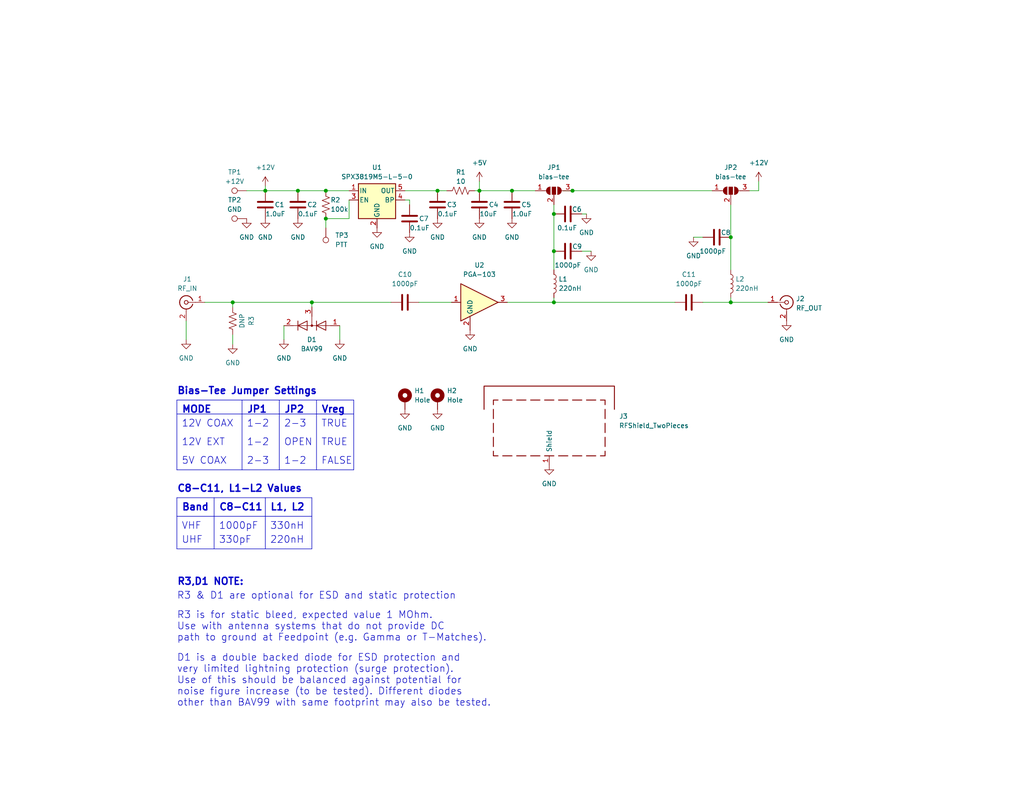
<source format=kicad_sch>
(kicad_sch (version 20230121) (generator eeschema)
  (paper "A")
  (title_block (title "PGA-103+ Preamplifier, Version 2.1.0.0") (date "2023-10-02") (rev "-") (company "VTGS, GSN-SDA") (comment 1 "Preamplifier for VHF/UHF Satellite Rx") (comment 2 "creativecommons.org/licenses/by/4.0/") (comment 3 "License: CC BY 4.0") (comment 4 "Author: Zach Leffke, KJ4QLP"))
  (lib_symbols
    (symbol "Connector:Conn_Coaxial" (pin_names (offset 1.016) hide)
      (property "Reference" "J" (at 0.254 3.048 0))
      (property "Value" "Conn_Coaxial" (at 2.921 0 90))
      (symbol "Conn_Coaxial_0_1"
        (arc (start -1.778 -0.508) (mid 0.2311 -1.8066) (end 1.778 0) (stroke (width 0.254)))
        (polyline (pts (xy -2.54 0) (xy -0.508 0)))
        (polyline (pts (xy 0 -2.54) (xy 0 -1.778)))
        (circle (center 0 0) (radius 0.508) (stroke (width 0.2032)))
        (arc (start 1.778 0) (mid 0.2099 1.8101) (end -1.778 0.508) (stroke (width 0.254)))
      )
      (symbol "Conn_Coaxial_1_1"
        (pin passive line (at -5.08 0 0) (length 2.54) (name "In") (number "1"))
        (pin passive line (at 0 -5.08 90) (length 2.54) (name "Ext") (number "2"))
      )
    )
    (symbol "Connector:TestPoint" (pin_numbers hide) (pin_names (offset 0.762) hide)
      (property "Reference" "TP" (at 0 6.858 0))
      (property "Value" "TestPoint" (at 0 5.08 0))
      (symbol "TestPoint_0_1"
        (circle (center 0 3.302) (radius 0.762))
      )
      (symbol "TestPoint_1_1"
        (pin passive line (at 0 0 90) (length 2.54) (name "1") (number "1"))
      )
    )
    (symbol "Device:C" (pin_numbers hide) (pin_names (offset 0.254))
      (property "Reference" "C" (at 0.635 2.54 0))
      (property "Value" "C" (at 0.635 -2.54 0))
      (symbol "C_0_1"
        (polyline (pts (xy -2.032 -0.762) (xy 2.032 -0.762)) (stroke (width 0.508)))
        (polyline (pts (xy -2.032 0.762) (xy 2.032 0.762)) (stroke (width 0.508)))
      )
      (symbol "C_1_1"
        (pin passive line (at 0 3.81 270) (length 2.794) (name "~") (number "1"))
        (pin passive line (at 0 -3.81 90) (length 2.794) (name "~") (number "2"))
      )
    )
    (symbol "Device:L" (pin_numbers hide) (pin_names (offset 1.016) hide)
      (property "Reference" "L" (at -1.27 0 90))
      (property "Value" "L" (at 1.905 0 90))
      (symbol "L_0_1"
        (arc (start 0 -2.54) (mid 0.6323 -1.905) (end 0 -1.27))
        (arc (start 0 -1.27) (mid 0.6323 -0.635) (end 0 0))
        (arc (start 0 0) (mid 0.6323 0.635) (end 0 1.27))
        (arc (start 0 1.27) (mid 0.6323 1.905) (end 0 2.54))
      )
      (symbol "L_1_1"
        (pin passive line (at 0 3.81 270) (length 1.27) (name "1") (number "1"))
        (pin passive line (at 0 -3.81 90) (length 1.27) (name "2") (number "2"))
      )
    )
    (symbol "Device:RFShield_TwoPieces" (pin_names (offset 1.016))
      (property "Reference" "J" (at 0 5.08 0))
      (property "Value" "RFShield_TwoPieces" (at 0 2.54 0))
      (symbol "RFShield_TwoPieces_0_1"
        (polyline (pts (xy -15.24 -5.08) (xy -15.24 -2.54)) (stroke (width 0.254)))
        (polyline (pts (xy -15.24 -1.27) (xy -15.24 1.27)) (stroke (width 0.254)))
        (polyline (pts (xy -15.24 2.54) (xy -15.24 5.08)) (stroke (width 0.254)))
        (polyline (pts (xy -12.7 7.62) (xy -10.16 7.62)) (stroke (width 0.254)))
        (polyline (pts (xy -10.16 -7.62) (xy -12.7 -7.62)) (stroke (width 0.254)))
        (polyline (pts (xy -6.35 -7.62) (xy -8.89 -7.62)) (stroke (width 0.254)))
        (polyline (pts (xy -6.35 7.62) (xy -8.89 7.62)) (stroke (width 0.254)))
        (polyline (pts (xy -2.54 -7.62) (xy -5.08 -7.62)) (stroke (width 0.254)))
        (polyline (pts (xy -2.54 7.62) (xy -5.08 7.62)) (stroke (width 0.254)))
        (polyline (pts (xy -1.27 -7.62) (xy 1.27 -7.62)) (stroke (width 0.254)))
        (polyline (pts (xy 1.27 7.62) (xy -1.27 7.62)) (stroke (width 0.254)))
        (polyline (pts (xy 2.54 -7.62) (xy 5.08 -7.62)) (stroke (width 0.254)))
        (polyline (pts (xy 5.08 7.62) (xy 2.54 7.62)) (stroke (width 0.254)))
        (polyline (pts (xy 6.35 -7.62) (xy 8.89 -7.62)) (stroke (width 0.254)))
        (polyline (pts (xy 8.89 7.62) (xy 6.35 7.62)) (stroke (width 0.254)))
        (polyline (pts (xy 10.16 -7.62) (xy 12.7 -7.62)) (stroke (width 0.254)))
        (polyline (pts (xy 12.7 7.62) (xy 10.16 7.62)) (stroke (width 0.254)))
        (polyline (pts (xy 15.24 -5.08) (xy 15.24 -2.54)) (stroke (width 0.254)))
        (polyline (pts (xy 15.24 -1.27) (xy 15.24 1.27)) (stroke (width 0.254)))
        (polyline (pts (xy 15.24 2.54) (xy 15.24 5.08)) (stroke (width 0.254)))
        (polyline (pts (xy -15.24 6.35) (xy -15.24 7.62) (xy -13.97 7.62)) (stroke (width 0.254)))
        (polyline (pts (xy -13.97 -7.62) (xy -15.24 -7.62) (xy -15.24 -6.35)) (stroke (width 0.254)))
        (polyline (pts (xy 13.97 -7.62) (xy 15.24 -7.62) (xy 15.24 -6.35)) (stroke (width 0.254)))
        (polyline (pts (xy 15.24 6.35) (xy 15.24 7.62) (xy 13.97 7.62)) (stroke (width 0.254)))
        (polyline (pts (xy -17.78 5.08) (xy -17.78 11.43) (xy 17.78 11.43) (xy 17.78 5.08)) (stroke (width 0.254)))
      )
      (symbol "RFShield_TwoPieces_1_1"
        (pin passive line (at 0 -10.16 90) (length 2.54) (name "Shield") (number "1"))
      )
    )
    (symbol "Device:R_US" (pin_numbers hide) (pin_names (offset 0))
      (property "Reference" "R" (at 2.54 0 90))
      (property "Value" "R_US" (at -2.54 0 90))
      (symbol "R_US_0_1"
        (polyline (pts (xy 0 -2.286) (xy 0 -2.54)))
        (polyline (pts (xy 0 2.286) (xy 0 2.54)))
        (polyline (pts (xy 0 -0.762) (xy 1.016 -1.143) (xy 0 -1.524) (xy -1.016 -1.905) (xy 0 -2.286)))
        (polyline (pts (xy 0 0.762) (xy 1.016 0.381) (xy 0 0) (xy -1.016 -0.381) (xy 0 -0.762)))
        (polyline (pts (xy 0 2.286) (xy 1.016 1.905) (xy 0 1.524) (xy -1.016 1.143) (xy 0 0.762)))
      )
      (symbol "R_US_1_1"
        (pin passive line (at 0 3.81 270) (length 1.27) (name "~") (number "1"))
        (pin passive line (at 0 -3.81 90) (length 1.27) (name "~") (number "2"))
      )
    )
    (symbol "Diode:BAV99" (pin_names hide)
      (property "Reference" "D" (at 0 5.08 0))
      (property "Value" "BAV99" (at 0 2.54 0))
      (symbol "BAV99_0_1"
        (polyline (pts (xy -5.08 0) (xy 5.08 0)))
      )
      (symbol "BAV99_1_1"
        (polyline (pts (xy 0 0) (xy 0 -2.54)))
        (polyline (pts (xy -1.27 -1.27) (xy -1.27 1.27) (xy -1.27 1.27)) (stroke (width 0.2032)))
        (polyline (pts (xy 3.81 1.27) (xy 3.81 -1.27) (xy 3.81 -1.27)) (stroke (width 0.2032)))
        (polyline (pts (xy -3.81 1.27) (xy -1.27 0) (xy -3.81 -1.27) (xy -3.81 1.27) (xy -3.81 1.27) (xy -3.81 1.27)) (stroke (width 0.2032)))
        (polyline (pts (xy 1.27 1.27) (xy 3.81 0) (xy 1.27 -1.27) (xy 1.27 1.27) (xy 1.27 1.27) (xy 1.27 1.27)) (stroke (width 0.2032)))
        (circle (center 0 0) (radius 0.254) (fill (type outline)))
        (pin passive line (at -7.62 0 0) (length 2.54) (name "K") (number "1"))
        (pin passive line (at 7.62 0 180) (length 2.54) (name "A") (number "2"))
        (pin passive line (at 0 -5.08 90) (length 2.54) (name "K") (number "3"))
      )
    )
    (symbol "Jumper:SolderJumper_3_Open" (pin_names (offset 0) hide)
      (property "Reference" "JP" (at -2.54 -2.54 0))
      (property "Value" "SolderJumper_3_Open" (at 0 2.794 0))
      (symbol "SolderJumper_3_Open_0_1"
        (arc (start -1.016 1.016) (mid -2.0276 0) (end -1.016 -1.016))
        (arc (start -1.016 1.016) (mid -2.0276 0) (end -1.016 -1.016) (fill (type outline)))
        (rectangle (start -0.508 1.016) (end 0.508 -1.016) (fill (type outline)))
        (polyline (pts (xy -2.54 0) (xy -2.032 0)))
        (polyline (pts (xy -1.016 1.016) (xy -1.016 -1.016)))
        (polyline (pts (xy 0 -1.27) (xy 0 -1.016)))
        (polyline (pts (xy 1.016 1.016) (xy 1.016 -1.016)))
        (polyline (pts (xy 2.54 0) (xy 2.032 0)))
        (arc (start 1.016 -1.016) (mid 2.0276 0) (end 1.016 1.016))
        (arc (start 1.016 -1.016) (mid 2.0276 0) (end 1.016 1.016) (fill (type outline)))
      )
      (symbol "SolderJumper_3_Open_1_1"
        (pin passive line (at -5.08 0 0) (length 2.54) (name "A") (number "1"))
        (pin passive line (at 0 -3.81 90) (length 2.54) (name "C") (number "2"))
        (pin passive line (at 5.08 0 180) (length 2.54) (name "B") (number "3"))
      )
    )
    (symbol "Mechanical:MountingHole_Pad" (pin_numbers hide) (pin_names (offset 1.016) hide)
      (property "Reference" "H" (at 0 6.35 0))
      (property "Value" "MountingHole_Pad" (at 0 4.445 0))
      (symbol "MountingHole_Pad_0_1"
        (circle (center 0 1.27) (radius 1.27) (stroke (width 1.27)))
      )
      (symbol "MountingHole_Pad_1_1"
        (pin input line (at 0 -2.54 90) (length 2.54) (name "1") (number "1"))
      )
    )
    (symbol "RF_Amplifier:PGA-103"
      (property "Reference" "U" (at -1.27 7.62 0))
      (property "Value" "PGA-103" (at 2.54 5.08 0))
      (symbol "PGA-103_0_1"
        (polyline (pts (xy 5.08 0) (xy -5.08 5.08) (xy -5.08 -5.08) (xy 5.08 0)) (stroke (width 0.254)) (fill (type background)))
      )
      (symbol "PGA-103_1_1"
        (pin input line (at -7.62 0 0) (length 2.54) (name "~") (number "1"))
        (pin power_in line (at -2.54 -7.62 90) (length 3.81) (name "GND") (number "2"))
        (pin output line (at 7.62 0 180) (length 2.54) (name "~") (number "3"))
      )
    )
    (symbol "Regulator_Linear:SPX3819M5-L-5-0" (pin_names (offset 0.254))
      (property "Reference" "U" (at -3.81 5.715 0))
      (property "Value" "SPX3819M5-L-5-0" (at 0 5.715 0))
      (symbol "SPX3819M5-L-5-0_0_1"
        (rectangle (start -5.08 4.445) (end 5.08 -5.08) (stroke (width 0.254)) (fill (type background)))
      )
      (symbol "SPX3819M5-L-5-0_1_1"
        (pin power_in line (at -7.62 2.54 0) (length 2.54) (name "IN") (number "1"))
        (pin power_in line (at 0 -7.62 90) (length 2.54) (name "GND") (number "2"))
        (pin input line (at -7.62 0 0) (length 2.54) (name "EN") (number "3"))
        (pin input line (at 7.62 0 180) (length 2.54) (name "BP") (number "4"))
        (pin power_out line (at 7.62 2.54 180) (length 2.54) (name "OUT") (number "5"))
      )
    )
    (symbol "power:+12V" (power) (pin_names (offset 0))
      (property "Value" "+12V" (at 0 3.556 0))
      (symbol "+12V_0_1"
        (polyline (pts (xy -0.762 1.27) (xy 0 2.54)))
        (polyline (pts (xy 0 0) (xy 0 2.54)))
        (polyline (pts (xy 0 2.54) (xy 0.762 1.27)))
      )
      (symbol "+12V_1_1"
        (pin power_in line (at 0 0 90) (length 0) hide (name "+12V") (number "1"))
      )
    )
    (symbol "power:+5V" (power) (pin_names (offset 0))
      (property "Value" "+5V" (at 0 3.556 0))
      (symbol "+5V_0_1"
        (polyline (pts (xy -0.762 1.27) (xy 0 2.54)))
        (polyline (pts (xy 0 0) (xy 0 2.54)))
        (polyline (pts (xy 0 2.54) (xy 0.762 1.27)))
      )
      (symbol "+5V_1_1"
        (pin power_in line (at 0 0 90) (length 0) hide (name "+5V") (number "1"))
      )
    )
    (symbol "power:GND" (power) (pin_names (offset 0))
      (property "Value" "GND" (at 0 -3.81 0))
      (symbol "GND_0_1"
        (polyline (pts (xy 0 0) (xy 0 -1.27) (xy 1.27 -1.27) (xy 0 -2.54) (xy -1.27 -1.27) (xy 0 -1.27)))
      )
      (symbol "GND_1_1"
        (pin power_in line (at 0 0 270) (length 0) hide (name "GND") (number "1"))
      )
    )
  )
  (junction (at 151.13 58.42))
  (junction (at 81.28 52.07))
  (junction (at 119.38 52.07))
  (junction (at 130.81 52.07))
  (junction (at 88.9 52.07))
  (junction (at 72.39 52.07))
  (junction (at 199.39 64.77))
  (junction (at 156.21 52.07))
  (junction (at 85.09 82.55))
  (junction (at 139.7 52.07))
  (junction (at 199.39 82.55))
  (junction (at 88.9 59.69))
  (junction (at 151.13 68.58))
  (junction (at 63.5 82.55))
  (junction (at 151.13 82.55))
  (wire (pts (xy 207.01 52.07) (xy 207.01 49.53)))
  (wire (pts (xy 92.71 88.9) (xy 92.71 92.71)))
  (wire (pts (xy 55.88 82.55) (xy 63.5 82.55)))
  (wire (pts (xy 72.39 50.8) (xy 72.39 52.07)))
  (wire (pts (xy 85.09 82.55) (xy 106.68 82.55)))
  (wire (pts (xy 151.13 81.28) (xy 151.13 82.55)))
  (wire (pts (xy 199.39 81.28) (xy 199.39 82.55)))
  (wire (pts (xy 153.67 52.07) (xy 156.21 52.07)))
  (wire (pts (xy 151.13 58.42) (xy 151.13 68.58)))
  (polyline (pts (xy 48.26 140.97) (xy 85.09 140.97)))
  (wire (pts (xy 151.13 68.58) (xy 151.13 73.66)))
  (wire (pts (xy 199.39 55.88) (xy 199.39 64.77)))
  (wire (pts (xy 189.23 64.77) (xy 191.77 64.77)))
  (wire (pts (xy 85.09 82.55) (xy 85.09 83.82)))
  (wire (pts (xy 114.3 82.55) (xy 123.19 82.55)))
  (polyline (pts (xy 58.42 135.89) (xy 58.42 149.86)))
  (wire (pts (xy 151.13 55.88) (xy 151.13 58.42)))
  (wire (pts (xy 139.7 52.07) (xy 146.05 52.07)))
  (wire (pts (xy 95.25 59.69) (xy 95.25 54.61)))
  (wire (pts (xy 130.81 52.07) (xy 139.7 52.07)))
  (wire (pts (xy 72.39 52.07) (xy 81.28 52.07)))
  (wire (pts (xy 191.77 82.55) (xy 199.39 82.55)))
  (wire (pts (xy 199.39 82.55) (xy 209.55 82.55)))
  (polyline (pts (xy 76.2 109.22) (xy 76.2 128.27)))
  (polyline (pts (xy 48.26 113.03) (xy 96.52 113.03)))
  (wire (pts (xy 199.39 64.77) (xy 199.39 73.66)))
  (polyline (pts (xy 48.26 109.22) (xy 96.52 109.22)))
  (polyline (pts (xy 72.39 135.89) (xy 72.39 149.86)))
  (wire (pts (xy 88.9 59.69) (xy 88.9 62.23)))
  (wire (pts (xy 110.49 52.07) (xy 119.38 52.07)))
  (wire (pts (xy 158.75 68.58) (xy 161.29 68.58)))
  (polyline (pts (xy 96.52 109.22) (xy 96.52 128.27)))
  (polyline (pts (xy 85.09 135.89) (xy 85.09 149.86)))
  (polyline (pts (xy 48.26 109.22) (xy 48.26 128.27)))
  (polyline (pts (xy 48.26 135.89) (xy 85.09 135.89)))
  (wire (pts (xy 129.54 52.07) (xy 130.81 52.07)))
  (wire (pts (xy 67.31 52.07) (xy 72.39 52.07)))
  (wire (pts (xy 63.5 82.55) (xy 85.09 82.55)))
  (polyline (pts (xy 86.36 109.22) (xy 86.36 128.27)))
  (wire (pts (xy 88.9 52.07) (xy 95.25 52.07)))
  (wire (pts (xy 81.28 52.07) (xy 88.9 52.07)))
  (wire (pts (xy 204.47 52.07) (xy 207.01 52.07)))
  (wire (pts (xy 88.9 59.69) (xy 95.25 59.69)))
  (polyline (pts (xy 66.04 109.22) (xy 66.04 128.27)))
  (wire (pts (xy 156.21 52.07) (xy 194.31 52.07)))
  (wire (pts (xy 160.02 58.42) (xy 158.75 58.42)))
  (polyline (pts (xy 96.52 128.27) (xy 48.26 128.27)))
  (wire (pts (xy 138.43 82.55) (xy 151.13 82.55)))
  (wire (pts (xy 119.38 52.07) (xy 121.92 52.07)))
  (wire (pts (xy 151.13 82.55) (xy 184.15 82.55)))
  (polyline (pts (xy 48.26 149.86) (xy 85.09 149.86)))
  (wire (pts (xy 63.5 91.44) (xy 63.5 93.98)))
  (wire (pts (xy 77.47 88.9) (xy 77.47 92.71)))
  (wire (pts (xy 63.5 83.82) (xy 63.5 82.55)))
  (wire (pts (xy 111.76 54.61) (xy 111.76 55.88)))
  (wire (pts (xy 110.49 54.61) (xy 111.76 54.61)))
  (wire (pts (xy 50.8 87.63) (xy 50.8 92.71)))
  (polyline (pts (xy 48.26 135.89) (xy 48.26 149.86)))
  (wire (pts (xy 130.81 49.53) (xy 130.81 52.07)))
  (text "UHF" (at 49.53 148.59 0) (effects (font (size 1.905 1.905)) (justify left bottom)))
  (text "2-3" (at 67.31 127 0) (effects (font (size 1.905 1.905)) (justify left bottom)))
  (text "TRUE" (at 87.63 116.84 0) (effects (font (size 1.905 1.905)) (justify left bottom)))
  (text "2-3" (at 77.47 116.84 0) (effects (font (size 1.905 1.905)) (justify left bottom)))
  (text "R3 is for static bleed, expected value 1 MOhm.\nUse with antenna systems that do not provide DC \npath to ground at Feedpoint (e.g. Gamma or T-Matches)." (at 48.26 175.26 0) (effects (font (size 1.905 1.905)) (justify left bottom)))
  (text "330nH" (at 73.66 144.78 0) (effects (font (size 1.905 1.905)) (justify left bottom)))
  (text "D1 is a double backed diode for ESD protection and \nvery limited lightning protection (surge protection).  \nUse of this should be balanced against potential for \nnoise figure increase (to be tested). Different diodes \nother than BAV99 with same footprint may also be tested." (at 48.26 193.04 0) (effects (font (size 1.905 1.905)) (justify left bottom)))
  (text "330pF" (at 59.69 148.59 0) (effects (font (size 1.905 1.905)) (justify left bottom)))
  (text "C8-C11" (at 59.69 139.7 0) (effects (font (size 1.905 1.905) (thickness 0.381) bold) (justify left bottom)))
  (text "VHF" (at 49.53 144.78 0) (effects (font (size 1.905 1.905)) (justify left bottom)))
  (text "OPEN" (at 77.47 121.92 0) (effects (font (size 1.905 1.905)) (justify left bottom)))
  (text "R3,D1 NOTE:" (at 48.26 160.02 0) (effects (font (size 1.905 1.905) (thickness 0.381) bold) (justify left bottom)))
  (text "Bias-Tee Jumper Settings" (at 48.26 107.95 0) (effects (font (size 1.905 1.905) (thickness 0.381) bold) (justify left bottom)))
  (text "JP1" (at 67.31 113.03 0) (effects (font (size 1.905 1.905) (thickness 0.381) bold) (justify left bottom)))
  (text "R3 & D1 are optional for ESD and static protection" (at 48.26 163.83 0) (effects (font (size 1.905 1.905)) (justify left bottom)))
  (text "JP2" (at 77.47 113.03 0) (effects (font (size 1.905 1.905) (thickness 0.381) bold) (justify left bottom)))
  (text "C8-C11, L1-L2 Values" (at 48.26 134.62 0) (effects (font (size 1.905 1.905) (thickness 0.381) bold) (justify left bottom)))
  (text "12V COAX" (at 49.53 116.84 0) (effects (font (size 1.905 1.905)) (justify left bottom)))
  (text "1-2" (at 67.31 121.92 0) (effects (font (size 1.905 1.905)) (justify left bottom)))
  (text "Vreg" (at 87.63 113.03 0) (effects (font (size 1.905 1.905) (thickness 0.381) bold) (justify left bottom)))
  (text "1-2" (at 67.31 116.84 0) (effects (font (size 1.905 1.905)) (justify left bottom)))
  (text "TRUE" (at 87.63 121.92 0) (effects (font (size 1.905 1.905)) (justify left bottom)))
  (text "220nH" (at 73.66 148.59 0) (effects (font (size 1.905 1.905)) (justify left bottom)))
  (text "1000pF" (at 59.69 144.78 0) (effects (font (size 1.905 1.905)) (justify left bottom)))
  (text "MODE" (at 49.53 113.03 0) (effects (font (size 1.905 1.905) (thickness 0.381) bold) (justify left bottom)))
  (text "1-2" (at 77.47 127 0) (effects (font (size 1.905 1.905)) (justify left bottom)))
  (text "5V COAX" (at 49.53 127 0) (effects (font (size 1.905 1.905)) (justify left bottom)))
  (text "Band" (at 49.53 139.7 0) (effects (font (size 1.905 1.905) (thickness 0.381) bold) (justify left bottom)))
  (text "L1, L2" (at 73.66 139.7 0) (effects (font (size 1.905 1.905) (thickness 0.381) bold) (justify left bottom)))
  (text "12V EXT" (at 49.53 121.92 0) (effects (font (size 1.905 1.905)) (justify left bottom)))
  (text "FALSE" (at 87.63 127 0) (effects (font (size 1.905 1.905)) (justify left bottom)))
  (symbol (lib_id "power:GND") (at 128.27 90.17 0) (unit 1)
    (property "Reference" "#PWR016" (effects hide))
    (property "Value" "GND" (at 128.27 95.25 0))
  )
  (symbol (lib_id "Device:C") (at 139.7 55.88 180) (unit 1)
    (property "Reference" "C5" (at 142.24 55.88 0) (effects (justify right)))
    (property "Value" "1.0uF" (at 139.7 58.42 0) (effects (justify right)))
    (property "Footprint" "digikey-footprints:0805" (effects hide))
  )
  (symbol (lib_id "power:GND") (at 72.39 59.69 0) (unit 1)
    (property "Reference" "#PWR06" (effects hide))
    (property "Value" "GND" (at 72.39 64.77 0))
  )
  (symbol (lib_id "power:GND") (at 110.49 111.76 0) (unit 1)
    (property "Reference" "#PWR022" (effects hide))
    (property "Value" "GND" (at 110.49 116.84 0))
  )
  (symbol (lib_id "power:GND") (at 139.7 59.69 0) (unit 1)
    (property "Reference" "#PWR010" (effects hide))
    (property "Value" "GND" (at 139.7 64.77 0))
  )
  (symbol (lib_id "power:GND") (at 161.29 68.58 0) (unit 1)
    (property "Reference" "#PWR014" (effects hide))
    (property "Value" "GND" (at 161.29 73.66 0))
  )
  (symbol (lib_id "Device:R_US") (at 88.9 55.88 0) (unit 1)
    (property "Reference" "R2" (at 90.17 54.61 0) (effects (justify left)))
    (property "Value" "100k" (at 90.17 57.15 0) (effects (justify left)))
    (property "Footprint" "digikey-footprints:0805" (effects hide))
  )
  (symbol (lib_id "Connector:TestPoint") (at 67.31 59.69 90) (unit 1)
    (property "Reference" "TP2" (at 64.008 54.61 90))
    (property "Value" "GND" (at 64.008 57.15 90))
    (property "Footprint" "TestPoint:TestPoint_Pad_2.0x2.0mm" (effects hide))
  )
  (symbol (lib_id "Device:C") (at 72.39 55.88 180) (unit 1)
    (property "Reference" "C1" (at 74.93 55.88 0) (effects (justify right)))
    (property "Value" "1.0uF" (at 72.39 58.42 0) (effects (justify right)))
    (property "Footprint" "digikey-footprints:0805" (effects hide))
  )
  (symbol (lib_id "Connector:TestPoint") (at 67.31 52.07 90) (unit 1)
    (property "Reference" "TP1" (at 64.008 46.99 90))
    (property "Value" "+12V" (at 64.008 49.53 90))
    (property "Footprint" "TestPoint:TestPoint_Pad_2.0x2.0mm" (effects hide))
  )
  (symbol (lib_id "Device:L") (at 151.13 77.47 0) (unit 1)
    (property "Reference" "L1" (at 152.4 76.2 0) (effects (justify left)))
    (property "Value" "220nH" (at 152.4 78.74 0) (effects (justify left)))
    (property "Footprint" "digikey-footprints:0805" (effects hide))
  )
  (symbol (lib_id "power:GND") (at 130.81 59.69 0) (unit 1)
    (property "Reference" "#PWR09" (effects hide))
    (property "Value" "GND" (at 130.81 64.77 0))
  )
  (symbol (lib_id "power:GND") (at 81.28 59.69 0) (unit 1)
    (property "Reference" "#PWR07" (effects hide))
    (property "Value" "GND" (at 81.28 64.77 0))
  )
  (symbol (lib_id "power:GND") (at 77.47 92.71 0) (unit 1)
    (property "Reference" "#PWR018" (effects hide))
    (property "Value" "GND" (at 77.47 97.79 0))
  )
  (symbol (lib_id "Connector:Conn_Coaxial") (at 50.8 82.55 0) (mirror y) (unit 1)
    (property "Reference" "J1" (at 51.1174 76.2 0))
    (property "Value" "RF_IN" (at 51.1174 78.74 0))
    (property "Footprint" "Connector_Coaxial:SMA_Samtec_SMA-J-P-X-ST-EM1_EdgeMount" (effects hide))
    (property "Datasheet" " ~" (effects hide))
  )
  (symbol (lib_id "power:+5V") (at 130.81 49.53 0) (unit 1)
    (property "Reference" "#PWR01" (effects hide))
    (property "Value" "+5V" (at 130.81 44.45 0))
  )
  (symbol (lib_id "power:GND") (at 214.63 87.63 0) (unit 1)
    (property "Reference" "#PWR015" (effects hide))
    (property "Value" "GND" (at 214.63 92.71 0))
  )
  (symbol (lib_id "Device:L") (at 199.39 77.47 0) (unit 1)
    (property "Reference" "L2" (at 200.66 76.2 0) (effects (justify left)))
    (property "Value" "220nH" (at 200.66 78.74 0) (effects (justify left)))
    (property "Footprint" "digikey-footprints:0805" (effects hide))
  )
  (symbol (lib_id "Diode:BAV99") (at 85.09 88.9 180) (unit 1)
    (property "Reference" "D1" (at 85.09 92.71 0))
    (property "Value" "BAV99" (at 85.09 95.25 0))
    (property "Footprint" "Package_TO_SOT_SMD:SOT-23" (effects hide))
    (property "Datasheet" "https://assets.nexperia.com/documents/data-sheet/BAV99_SER.pdf" (effects hide))
  )
  (symbol (lib_id "Regulator_Linear:SPX3819M5-L-5-0") (at 102.87 54.61 0) (unit 1)
    (property "Reference" "U1" (at 102.87 45.72 0))
    (property "Value" "SPX3819M5-L-5-0" (at 102.87 48.26 0))
    (property "Footprint" "Package_TO_SOT_SMD:SOT-23-5" (effects hide))
    (property "Datasheet" "https://www.exar.com/content/document.ashx?id=22106&languageid=1033&type=Datasheet&partnumber=SPX3819&filename=SPX3819.pdf&part=SPX3819" (effects hide))
  )
  (symbol (lib_id "Device:C") (at 195.58 64.77 270) (unit 1)
    (property "Reference" "C8" (at 199.39 63.5 90) (effects (justify right)))
    (property "Value" "1000pF" (at 198.12 68.58 90) (effects (justify right)))
    (property "Footprint" "digikey-footprints:0805" (effects hide))
  )
  (symbol (lib_id "power:GND") (at 67.31 59.69 0) (unit 1)
    (property "Reference" "#PWR05" (effects hide))
    (property "Value" "GND" (at 67.31 64.77 0))
  )
  (symbol (lib_id "power:GND") (at 111.76 63.5 0) (unit 1)
    (property "Reference" "#PWR012" (effects hide))
    (property "Value" "GND" (at 111.76 68.58 0))
  )
  (symbol (lib_id "Device:R_US") (at 63.5 87.63 0) (unit 1)
    (property "Reference" "R3" (at 68.58 87.63 90))
    (property "Value" "DNP" (at 66.04 87.63 90))
    (property "Footprint" "digikey-footprints:0805" (effects hide))
  )
  (symbol (lib_id "Device:C") (at 187.96 82.55 90) (unit 1)
    (property "Reference" "C11" (at 187.96 74.93 90))
    (property "Value" "1000pF" (at 187.96 77.47 90))
    (property "Footprint" "digikey-footprints:0805" (effects hide))
  )
  (symbol (lib_id "Device:C") (at 111.76 59.69 180) (unit 1)
    (property "Reference" "C7" (at 114.3 59.69 0) (effects (justify right)))
    (property "Value" "0.1uF" (at 111.76 62.23 0) (effects (justify right)))
    (property "Footprint" "digikey-footprints:0805" (effects hide))
  )
  (symbol (lib_id "Connector:Conn_Coaxial") (at 214.63 82.55 0) (unit 1)
    (property "Reference" "J2" (at 217.17 81.5732 0) (effects (justify left)))
    (property "Value" "RF_OUT" (at 217.17 84.1132 0) (effects (justify left)))
    (property "Footprint" "Connector_Coaxial:SMA_Samtec_SMA-J-P-X-ST-EM1_EdgeMount" (effects hide))
    (property "Datasheet" " ~" (effects hide))
  )
  (symbol (lib_id "Device:C") (at 154.94 58.42 270) (unit 1)
    (property "Reference" "C6" (at 158.75 57.15 90) (effects (justify right)))
    (property "Value" "0.1uF" (at 157.48 62.23 90) (effects (justify right)))
    (property "Footprint" "digikey-footprints:0805" (effects hide))
  )
  (symbol (lib_id "power:GND") (at 92.71 92.71 0) (unit 1)
    (property "Reference" "#PWR019" (effects hide))
    (property "Value" "GND" (at 92.71 97.79 0))
  )
  (symbol (lib_id "Device:C") (at 81.28 55.88 180) (unit 1)
    (property "Reference" "C2" (at 83.82 55.88 0) (effects (justify right)))
    (property "Value" "0.1uF" (at 81.28 58.42 0) (effects (justify right)))
    (property "Footprint" "digikey-footprints:0805" (effects hide))
  )
  (symbol (lib_id "Jumper:SolderJumper_3_Open") (at 151.13 52.07 0) (unit 1)
    (property "Reference" "JP1" (at 151.13 45.72 0))
    (property "Value" "bias-tee" (at 151.13 48.26 0))
    (property "Footprint" "Jumper:SolderJumper-3_P1.3mm_Open_RoundedPad1.0x1.5mm_NumberLabels" (effects hide))
  )
  (symbol (lib_id "Device:C") (at 154.94 68.58 270) (unit 1)
    (property "Reference" "C9" (at 157.48 67.31 90))
    (property "Value" "1000pF" (at 154.94 72.39 90))
    (property "Footprint" "digikey-footprints:0805" (effects hide))
  )
  (symbol (lib_id "Device:C") (at 130.81 55.88 180) (unit 1)
    (property "Reference" "C4" (at 133.35 55.88 0) (effects (justify right)))
    (property "Value" "10uF" (at 130.81 58.42 0) (effects (justify right)))
    (property "Footprint" "digikey-footprints:0805" (effects hide))
  )
  (symbol (lib_id "power:GND") (at 189.23 64.77 0) (unit 1)
    (property "Reference" "#PWR013" (effects hide))
    (property "Value" "GND" (at 189.23 69.85 0))
  )
  (symbol (lib_id "Mechanical:MountingHole_Pad") (at 119.38 109.22 0) (unit 1)
    (property "Reference" "H2" (at 121.92 106.68 0) (effects (justify left)))
    (property "Value" "Hole" (at 121.92 109.22 0) (effects (justify left)))
    (property "Footprint" "TestPoint:TestPoint_Plated_Hole_D4.0mm" (effects hide))
  )
  (symbol (lib_id "Jumper:SolderJumper_3_Open") (at 199.39 52.07 0) (unit 1)
    (property "Reference" "JP2" (at 199.39 45.72 0))
    (property "Value" "bias-tee" (at 199.39 48.26 0))
    (property "Footprint" "Jumper:SolderJumper-3_P1.3mm_Open_RoundedPad1.0x1.5mm_NumberLabels" (effects hide))
  )
  (symbol (lib_id "power:GND") (at 119.38 111.76 0) (unit 1)
    (property "Reference" "#PWR024" (effects hide))
    (property "Value" "GND" (at 119.38 116.84 0))
  )
  (symbol (lib_id "RF_Amplifier:PGA-103") (at 130.81 82.55 0) (unit 1)
    (property "Reference" "U2" (at 130.81 72.39 0))
    (property "Value" "PGA-103" (at 130.81 74.93 0))
    (property "Footprint" "Package_TO_SOT_SMD:SOT-89-3" (effects hide))
    (property "Datasheet" "https://www.minicircuits.com/pdfs/PGA-103+.pdf" (effects hide))
  )
  (symbol (lib_id "Mechanical:MountingHole_Pad") (at 110.49 109.22 0) (unit 1)
    (property "Reference" "H1" (at 113.03 106.68 0) (effects (justify left)))
    (property "Value" "Hole" (at 113.03 109.22 0) (effects (justify left)))
    (property "Footprint" "TestPoint:TestPoint_Plated_Hole_D4.0mm" (effects hide))
  )
  (symbol (lib_id "Device:C") (at 110.49 82.55 90) (unit 1)
    (property "Reference" "C10" (at 110.49 74.93 90))
    (property "Value" "1000pF" (at 110.49 77.47 90))
    (property "Footprint" "digikey-footprints:0805" (effects hide))
  )
  (symbol (lib_id "Device:RFShield_TwoPieces") (at 149.86 116.84 0) (unit 1)
    (property "Reference" "J3" (at 168.91 113.665 0) (effects (justify left)))
    (property "Value" "RFShield_TwoPieces" (at 168.91 116.205 0) (effects (justify left)))
    (property "Footprint" "RF_Shielding:Wuerth_36103205_20x20mm" (effects hide))
  )
  (symbol (lib_id "power:GND") (at 63.5 93.98 0) (unit 1)
    (property "Reference" "#PWR021" (effects hide))
    (property "Value" "GND" (at 63.5 99.06 0))
  )
  (symbol (lib_id "power:GND") (at 102.87 62.23 0) (unit 1)
    (property "Reference" "#PWR011" (effects hide))
    (property "Value" "GND" (at 102.87 67.31 0))
  )
  (symbol (lib_id "Connector:TestPoint") (at 88.9 62.23 180) (unit 1)
    (property "Reference" "TP3" (at 91.44 64.262 0) (effects (justify right)))
    (property "Value" "PTT" (at 91.44 66.802 0) (effects (justify right)))
    (property "Footprint" "TestPoint:TestPoint_Pad_2.0x2.0mm" (effects hide))
  )
  (symbol (lib_id "power:+12V") (at 207.01 49.53 0) (unit 1)
    (property "Reference" "#PWR02" (effects hide))
    (property "Value" "+12V" (at 207.01 44.45 0))
  )
  (symbol (lib_id "power:GND") (at 149.86 127 0) (unit 1)
    (property "Reference" "#PWR023" (effects hide))
    (property "Value" "GND" (at 149.86 132.08 0))
  )
  (symbol (lib_id "power:GND") (at 160.02 58.42 0) (unit 1)
    (property "Reference" "#PWR04" (effects hide))
    (property "Value" "GND" (at 160.02 63.5 0))
  )
  (symbol (lib_id "Device:R_US") (at 125.73 52.07 90) (unit 1)
    (property "Reference" "R1" (at 125.73 46.99 90))
    (property "Value" "10" (at 125.73 49.53 90))
    (property "Footprint" "digikey-footprints:0805" (effects hide))
  )
  (symbol (lib_id "Device:C") (at 119.38 55.88 180) (unit 1)
    (property "Reference" "C3" (at 121.92 55.88 0) (effects (justify right)))
    (property "Value" "0.1uF" (at 119.38 58.42 0) (effects (justify right)))
    (property "Footprint" "digikey-footprints:0805" (effects hide))
  )
  (symbol (lib_id "power:GND") (at 50.8 92.71 0) (unit 1)
    (property "Reference" "#PWR017" (effects hide))
    (property "Value" "GND" (at 50.8 97.79 0))
  )
  (symbol (lib_id "power:+12V") (at 72.39 50.8 0) (unit 1)
    (property "Reference" "#PWR03" (effects hide))
    (property "Value" "+12V" (at 72.39 45.72 0))
  )
  (symbol (lib_id "power:GND") (at 119.38 59.69 0) (unit 1)
    (property "Reference" "#PWR08" (effects hide))
    (property "Value" "GND" (at 119.38 64.77 0))
  )
)
</source>
